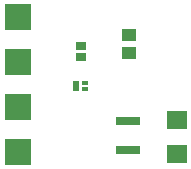
<source format=gbr>
G04 EAGLE Gerber RS-274X export*
G75*
%MOMM*%
%FSLAX34Y34*%
%LPD*%
%INSoldermask Top*%
%IPPOS*%
%AMOC8*
5,1,8,0,0,1.08239X$1,22.5*%
G01*
G04 Define Apertures*
%ADD10R,0.823200X0.763200*%
%ADD11R,2.103200X0.703200*%
%ADD12R,2.203200X2.203200*%
%ADD13R,0.603200X0.453200*%
%ADD14R,0.603200X0.903200*%
%ADD15R,1.153200X1.103200*%
%ADD16R,1.703200X1.603200*%
D10*
X78740Y131090D03*
X78740Y140690D03*
D11*
X118760Y77120D03*
X118760Y52120D03*
D12*
X25400Y127000D03*
D13*
X82240Y104430D03*
X82240Y108930D03*
D14*
X75240Y106680D03*
D15*
X119380Y134240D03*
X119380Y150240D03*
D12*
X25400Y88900D03*
X25400Y50800D03*
D16*
X160220Y77490D03*
X160220Y49490D03*
D12*
X25400Y165100D03*
M02*

</source>
